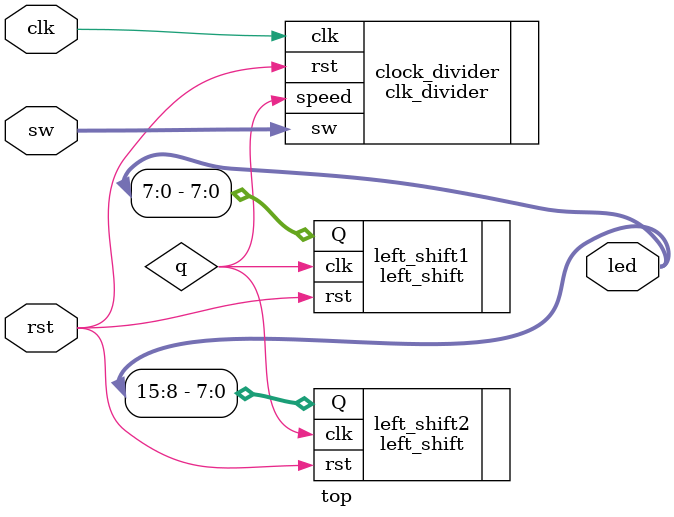
<source format=v>
`timescale 1ns / 1ps
module top(
    input clk,
    output [15:0] led,
    input rst,
	input [2:0] sw
    );
wire q;

clk_divider clock_divider (
	.clk(clk),
	.rst(rst),
	.speed(q),
	.sw(sw)
);

left_shift left_shift1 (
    .clk(q), 
    .rst(rst), 
    .Q(led[7:0])
    );

left_shift left_shift2 (
	.clk(q),
	.rst(rst),
	.Q(led[15:8])
	);


endmodule

</source>
